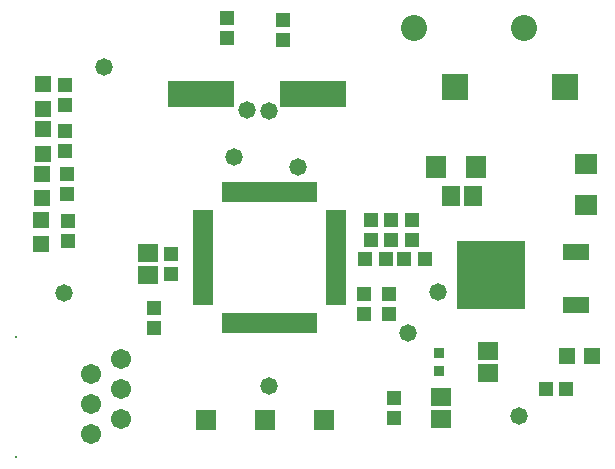
<source format=gts>
%FSLAX25Y25*%
%MOIN*%
G70*
G01*
G75*
G04 Layer_Color=8388736*
%ADD10R,0.04331X0.03937*%
%ADD11R,0.03937X0.04331*%
%ADD12R,0.05906X0.05118*%
%ADD13R,0.05118X0.05906*%
%ADD14R,0.06614X0.05984*%
%ADD15R,0.05984X0.06614*%
%ADD16R,0.04724X0.04724*%
%ADD17R,0.02756X0.02756*%
%ADD18R,0.04724X0.04724*%
%ADD19R,0.05906X0.01181*%
%ADD20R,0.01181X0.05906*%
%ADD21R,0.22047X0.22047*%
%ADD22R,0.07874X0.04724*%
%ADD23R,0.21654X0.07874*%
%ADD24C,0.01000*%
%ADD25C,0.01969*%
%ADD26C,0.02756*%
%ADD27C,0.03937*%
%ADD28C,0.07874*%
%ADD29R,0.07874X0.07874*%
%ADD30R,0.05906X0.05906*%
%ADD31C,0.05906*%
%ADD32C,0.05000*%
%ADD33C,0.11811*%
%ADD34C,0.00394*%
%ADD35C,0.00787*%
%ADD36R,0.05131X0.04737*%
%ADD37R,0.04737X0.05131*%
%ADD38R,0.06706X0.05918*%
%ADD39R,0.05918X0.06706*%
%ADD40R,0.07414X0.06784*%
%ADD41R,0.06784X0.07414*%
%ADD42R,0.05524X0.05524*%
%ADD43R,0.03556X0.03556*%
%ADD44R,0.05524X0.05524*%
%ADD45R,0.06706X0.01981*%
%ADD46R,0.01981X0.06706*%
%ADD47R,0.22847X0.22847*%
%ADD48R,0.08674X0.05524*%
%ADD49R,0.22453X0.08674*%
%ADD50C,0.08674*%
%ADD51R,0.08674X0.08674*%
%ADD52R,0.06706X0.06706*%
%ADD53C,0.00800*%
%ADD54C,0.06706*%
%ADD55C,0.05800*%
D36*
X157480Y79921D02*
D03*
Y86614D02*
D03*
X150787Y79921D02*
D03*
Y86614D02*
D03*
X164173Y79921D02*
D03*
Y86614D02*
D03*
X148425Y55118D02*
D03*
Y61811D02*
D03*
X83858Y75197D02*
D03*
Y68504D02*
D03*
X158268Y27165D02*
D03*
Y20472D02*
D03*
X156693Y55118D02*
D03*
Y61811D02*
D03*
X49606Y79528D02*
D03*
Y86221D02*
D03*
X49213Y95276D02*
D03*
Y101969D02*
D03*
X48819Y109449D02*
D03*
Y116142D02*
D03*
Y124803D02*
D03*
Y131496D02*
D03*
X78347Y50394D02*
D03*
Y57087D02*
D03*
X121260Y153150D02*
D03*
Y146457D02*
D03*
X102756Y153937D02*
D03*
Y147244D02*
D03*
D37*
X148819Y73622D02*
D03*
X155512D02*
D03*
X168504D02*
D03*
X161811D02*
D03*
X215748Y30315D02*
D03*
X209055D02*
D03*
D38*
X76378Y75590D02*
D03*
Y68110D02*
D03*
X189764Y35433D02*
D03*
Y42913D02*
D03*
X174016Y27559D02*
D03*
Y20079D02*
D03*
D39*
X184646Y94488D02*
D03*
X177165D02*
D03*
D40*
X222441Y105118D02*
D03*
Y91535D02*
D03*
D41*
X172244Y104331D02*
D03*
X185827D02*
D03*
D42*
X224410Y41339D02*
D03*
X216142D02*
D03*
D43*
X173228Y36220D02*
D03*
Y42126D02*
D03*
D44*
X41338Y131889D02*
D03*
Y123621D02*
D03*
Y116928D02*
D03*
Y108661D02*
D03*
X40944Y101968D02*
D03*
Y93700D02*
D03*
X40551Y86613D02*
D03*
Y78346D02*
D03*
D45*
X94606Y59173D02*
D03*
Y61142D02*
D03*
Y63110D02*
D03*
Y65079D02*
D03*
Y67047D02*
D03*
Y69016D02*
D03*
Y70984D02*
D03*
Y72953D02*
D03*
Y74921D02*
D03*
Y76890D02*
D03*
Y78858D02*
D03*
Y80827D02*
D03*
Y82795D02*
D03*
Y84764D02*
D03*
Y86732D02*
D03*
Y88701D02*
D03*
X139106Y59339D02*
D03*
Y61307D02*
D03*
Y63276D02*
D03*
Y65244D02*
D03*
Y67213D02*
D03*
Y69181D02*
D03*
Y71150D02*
D03*
Y73118D02*
D03*
Y75087D02*
D03*
Y77055D02*
D03*
Y79024D02*
D03*
Y80992D02*
D03*
Y82961D02*
D03*
Y84929D02*
D03*
Y86898D02*
D03*
Y88866D02*
D03*
D46*
X102106Y95866D02*
D03*
X104075D02*
D03*
X106043D02*
D03*
X108012D02*
D03*
X109980D02*
D03*
X111949D02*
D03*
X113917D02*
D03*
X115886D02*
D03*
X117854D02*
D03*
X119823D02*
D03*
X121791D02*
D03*
X123760D02*
D03*
X125728D02*
D03*
X127697D02*
D03*
X129665D02*
D03*
X131634D02*
D03*
X102079Y52173D02*
D03*
X104047D02*
D03*
X106016D02*
D03*
X107984D02*
D03*
X109953D02*
D03*
X111921D02*
D03*
X113890D02*
D03*
X115858D02*
D03*
X117827D02*
D03*
X119795D02*
D03*
X121764D02*
D03*
X123732D02*
D03*
X125701D02*
D03*
X127669D02*
D03*
X129638D02*
D03*
X131606D02*
D03*
D47*
X190551Y68110D02*
D03*
D48*
X218898Y58268D02*
D03*
Y75984D02*
D03*
D49*
X131496Y128347D02*
D03*
X94095D02*
D03*
D50*
X201575Y150394D02*
D03*
X164961D02*
D03*
D51*
X215354Y130709D02*
D03*
X178740D02*
D03*
D52*
X95669Y19685D02*
D03*
X115354D02*
D03*
X135039D02*
D03*
D53*
X32283Y7638D02*
D03*
Y47638D02*
D03*
D54*
X57323Y15157D02*
D03*
Y25157D02*
D03*
X67323Y20157D02*
D03*
Y30158D02*
D03*
X57323Y35157D02*
D03*
X67323Y40157D02*
D03*
D55*
X61811Y137402D02*
D03*
X172835Y62598D02*
D03*
X200000Y21260D02*
D03*
X48425Y62205D02*
D03*
X116591Y31157D02*
D03*
X162992Y48819D02*
D03*
X126378Y104331D02*
D03*
X105118Y107480D02*
D03*
X109449Y123228D02*
D03*
X116535Y122835D02*
D03*
M02*

</source>
